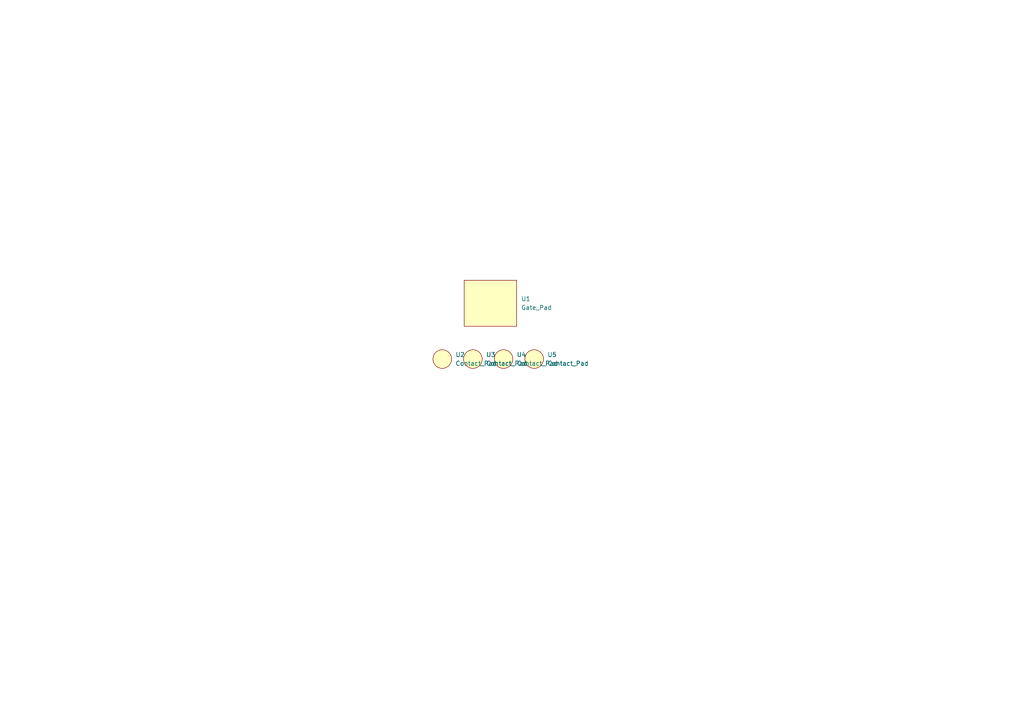
<source format=kicad_sch>
(kicad_sch (version 20211123) (generator eeschema)
  (paper "A4")
  (title_block (title "Chip Carrier") (date "2022-01-25") (rev "v01") (comment 2 "creativecommons.org/licenses/by/4.0/") (comment 3 "License: CC BY 4.0") (comment 4 "Author: Justin Zhou Yong"))
  (lib_symbols
    (symbol "Chip_Carrier:Contact_Pad"
      (property "Reference" "U" (at 0 4.445 0))
      (property "Value" "Contact_Pad" (at 0 -4.445 0))
      (symbol "Contact_Pad_0_1"
        (circle (center 0 0) (radius 2.6941) (fill (type background)))
      )
    )
    (symbol "Chip_Carrier:Gate_Pad"
      (property "Reference" "U" (at 0 8.255 0))
      (property "Value" "Gate_Pad" (at 0 -8.89 0))
      (symbol "Gate_Pad_0_1"
        (rectangle (start -7.62 6.35) (end 7.62 -6.985) (fill (type background)))
      )
    )
  )
  (symbol (lib_id "Chip_Carrier:Contact_Pad") (at 146.05 104.14 0) (unit 1)
    (property "Reference" "U4" (at 149.86 102.8699 0) (effects (justify left)))
    (property "Value" "Contact_Pad" (at 149.86 105.4099 0) (effects (justify left)))
    (property "Footprint" "chip_carrier:R2000X3000" (effects hide))
  )
  (symbol (lib_id "Chip_Carrier:Contact_Pad") (at 154.94 104.14 0) (unit 1)
    (property "Reference" "U5" (at 158.75 102.8699 0) (effects (justify left)))
    (property "Value" "Contact_Pad" (at 158.75 105.4099 0) (effects (justify left)))
    (property "Footprint" "chip_carrier:R2000X3000" (effects hide))
  )
  (symbol (lib_id "Chip_Carrier:Contact_Pad") (at 128.27 104.14 0) (unit 1)
    (property "Reference" "U2" (at 132.08 102.8699 0) (effects (justify left)))
    (property "Value" "Contact_Pad" (at 132.08 105.4099 0) (effects (justify left)))
    (property "Footprint" "chip_carrier:R2000X3000" (effects hide))
  )
  (symbol (lib_id "Chip_Carrier:Contact_Pad") (at 137.16 104.14 0) (unit 1)
    (property "Reference" "U3" (at 140.97 102.8699 0) (effects (justify left)))
    (property "Value" "Contact_Pad" (at 140.97 105.4099 0) (effects (justify left)))
    (property "Footprint" "chip_carrier:R2000X3000" (effects hide))
  )
  (symbol (lib_id "Chip_Carrier:Gate_Pad") (at 142.24 87.63 0) (unit 1)
    (property "Reference" "U1" (at 151.13 86.6774 0) (effects (justify left)))
    (property "Value" "Gate_Pad" (at 151.13 89.2174 0) (effects (justify left)))
    (property "Footprint" "chip_carrier:R12000X10000" (effects hide))
  )
)
</source>
